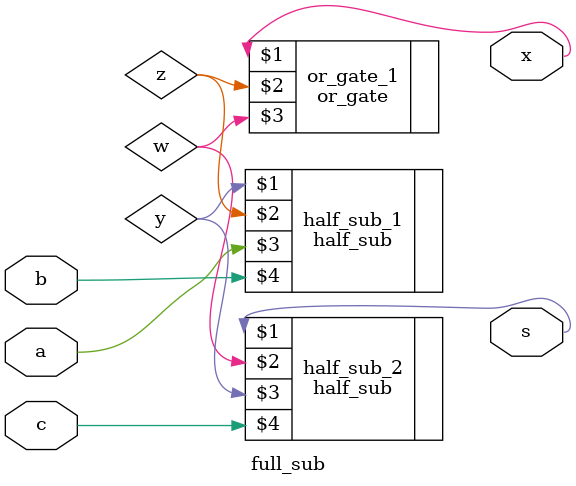
<source format=v>
module full_sub(s,x,a,b,c);
input a,b,c;
output s,x;
wire w,y,z;
half_sub half_sub_1(y,z,a,b);
half_sub half_sub_2(s,w,y,c);
or_gate or_gate_1(x,z,w);
endmodule


</source>
